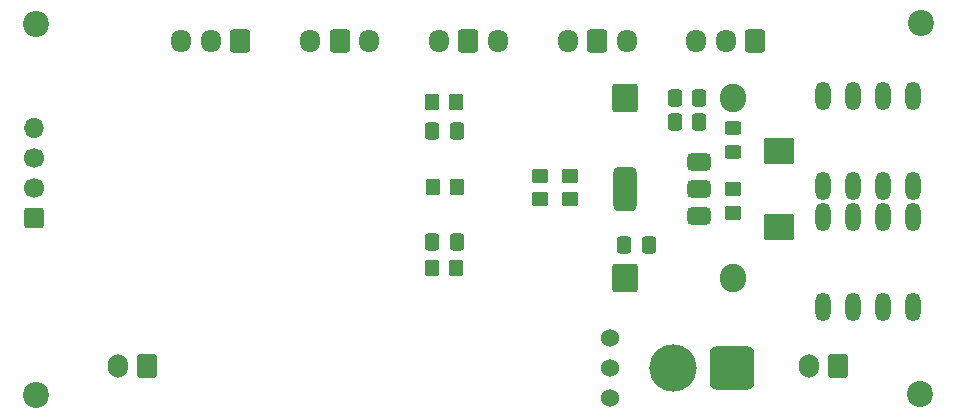
<source format=gbr>
%TF.GenerationSoftware,KiCad,Pcbnew,9.0.1*%
%TF.CreationDate,2025-10-10T15:40:48-03:00*%
%TF.ProjectId,minisumo,6d696e69-7375-46d6-9f2e-6b696361645f,rev?*%
%TF.SameCoordinates,Original*%
%TF.FileFunction,Soldermask,Bot*%
%TF.FilePolarity,Negative*%
%FSLAX46Y46*%
G04 Gerber Fmt 4.6, Leading zero omitted, Abs format (unit mm)*
G04 Created by KiCad (PCBNEW 9.0.1) date 2025-10-10 15:40:48*
%MOMM*%
%LPD*%
G01*
G04 APERTURE LIST*
G04 Aperture macros list*
%AMRoundRect*
0 Rectangle with rounded corners*
0 $1 Rounding radius*
0 $2 $3 $4 $5 $6 $7 $8 $9 X,Y pos of 4 corners*
0 Add a 4 corners polygon primitive as box body*
4,1,4,$2,$3,$4,$5,$6,$7,$8,$9,$2,$3,0*
0 Add four circle primitives for the rounded corners*
1,1,$1+$1,$2,$3*
1,1,$1+$1,$4,$5*
1,1,$1+$1,$6,$7*
1,1,$1+$1,$8,$9*
0 Add four rect primitives between the rounded corners*
20,1,$1+$1,$2,$3,$4,$5,0*
20,1,$1+$1,$4,$5,$6,$7,0*
20,1,$1+$1,$6,$7,$8,$9,0*
20,1,$1+$1,$8,$9,$2,$3,0*%
G04 Aperture macros list end*
%ADD10C,2.200000*%
%ADD11C,1.524000*%
%ADD12O,2.200000X2.400000*%
%ADD13RoundRect,0.250000X0.850000X-0.950000X0.850000X0.950000X-0.850000X0.950000X-0.850000X-0.950000X0*%
%ADD14O,1.700000X1.700000*%
%ADD15C,1.700000*%
%ADD16RoundRect,0.250000X-0.600000X-0.600000X0.600000X-0.600000X0.600000X0.600000X-0.600000X0.600000X0*%
%ADD17O,1.312000X2.420000*%
%ADD18RoundRect,0.250000X-0.337500X-0.475000X0.337500X-0.475000X0.337500X0.475000X-0.337500X0.475000X0*%
%ADD19RoundRect,0.250000X-0.350000X-0.450000X0.350000X-0.450000X0.350000X0.450000X-0.350000X0.450000X0*%
%ADD20O,1.700000X1.950000*%
%ADD21RoundRect,0.250000X-0.600000X-0.725000X0.600000X-0.725000X0.600000X0.725000X-0.600000X0.725000X0*%
%ADD22RoundRect,0.250001X1.044999X-0.872499X1.044999X0.872499X-1.044999X0.872499X-1.044999X-0.872499X0*%
%ADD23RoundRect,0.250000X-0.450000X0.325000X-0.450000X-0.325000X0.450000X-0.325000X0.450000X0.325000X0*%
%ADD24RoundRect,0.250000X0.337500X0.475000X-0.337500X0.475000X-0.337500X-0.475000X0.337500X-0.475000X0*%
%ADD25RoundRect,0.250000X-0.450000X0.350000X-0.450000X-0.350000X0.450000X-0.350000X0.450000X0.350000X0*%
%ADD26RoundRect,0.250000X0.600000X0.750000X-0.600000X0.750000X-0.600000X-0.750000X0.600000X-0.750000X0*%
%ADD27O,1.700000X2.000000*%
%ADD28RoundRect,0.760000X1.140000X1.140000X-1.140000X1.140000X-1.140000X-1.140000X1.140000X-1.140000X0*%
%ADD29C,4.000000*%
%ADD30RoundRect,0.375000X0.625000X0.375000X-0.625000X0.375000X-0.625000X-0.375000X0.625000X-0.375000X0*%
%ADD31RoundRect,0.500000X0.500000X1.400000X-0.500000X1.400000X-0.500000X-1.400000X0.500000X-1.400000X0*%
G04 APERTURE END LIST*
D10*
%TO.C,H2*%
X226200000Y-58925000D03*
%TD*%
%TO.C,H1*%
X151275000Y-58975000D03*
%TD*%
%TO.C,H3*%
X151275000Y-90425000D03*
%TD*%
D11*
%TO.C,SW6*%
X199875000Y-90715000D03*
X199875000Y-88175000D03*
X199875000Y-85635000D03*
%TD*%
D12*
%TO.C,U6*%
X210270000Y-80520000D03*
D13*
X201130000Y-80520000D03*
X201130000Y-65280000D03*
D12*
X210270000Y-65280000D03*
%TD*%
D14*
%TO.C,J3*%
X151100000Y-67820000D03*
D15*
X151100000Y-70360000D03*
X151100000Y-72900000D03*
D16*
X151100000Y-75440000D03*
%TD*%
D10*
%TO.C,H4*%
X226175000Y-90375000D03*
%TD*%
D17*
%TO.C,U3*%
X225570000Y-72697000D03*
X223030000Y-65077000D03*
X225570000Y-65077000D03*
X223030000Y-72697000D03*
X217950000Y-65077000D03*
X220490000Y-65077000D03*
X220490000Y-72697000D03*
X217950000Y-72697000D03*
%TD*%
D18*
%TO.C,C10*%
X184862500Y-77500000D03*
X186937500Y-77500000D03*
%TD*%
D19*
%TO.C,R10*%
X184900000Y-72800000D03*
X186900000Y-72800000D03*
%TD*%
D18*
%TO.C,C11*%
X184825000Y-68100000D03*
X186900000Y-68100000D03*
%TD*%
D20*
%TO.C,J8*%
X185400000Y-60450000D03*
D21*
X187900000Y-60450000D03*
D20*
X190400000Y-60450000D03*
%TD*%
%TO.C,J11*%
X207200000Y-60450000D03*
X209700000Y-60450000D03*
D21*
X212200000Y-60450000D03*
%TD*%
D22*
%TO.C,CE2*%
X214175000Y-76207500D03*
X214175000Y-69792500D03*
%TD*%
D23*
%TO.C,R4*%
X210270000Y-67775000D03*
X210270000Y-69825000D03*
%TD*%
D18*
%TO.C,CE4*%
X201100000Y-77700000D03*
X203175000Y-77700000D03*
%TD*%
D24*
%TO.C,CE3*%
X207450000Y-65275000D03*
X205375000Y-65275000D03*
%TD*%
D25*
%TO.C,R7*%
X196470000Y-71850000D03*
X196470000Y-73850000D03*
%TD*%
D17*
%TO.C,U5*%
X225570000Y-82945000D03*
X223030000Y-75325000D03*
X225570000Y-75325000D03*
X223030000Y-82945000D03*
X217950000Y-75325000D03*
X220490000Y-75325000D03*
X220490000Y-82945000D03*
X217950000Y-82945000D03*
%TD*%
D19*
%TO.C,R11*%
X184862500Y-79650000D03*
X186862500Y-79650000D03*
%TD*%
D25*
%TO.C,R6*%
X193930000Y-71850000D03*
X193930000Y-73850000D03*
%TD*%
D26*
%TO.C,J2*%
X160725000Y-87975000D03*
D27*
X158225000Y-87975000D03*
%TD*%
D26*
%TO.C,J4*%
X219200000Y-87975000D03*
D27*
X216700000Y-87975000D03*
%TD*%
D24*
%TO.C,C5*%
X207450000Y-67300000D03*
X205375000Y-67300000D03*
%TD*%
D20*
%TO.C,J7*%
X174500000Y-60450000D03*
D21*
X177000000Y-60450000D03*
D20*
X179500000Y-60450000D03*
%TD*%
D28*
%TO.C,BAT1*%
X210250000Y-88175000D03*
D29*
X205250000Y-88175000D03*
%TD*%
D20*
%TO.C,J9*%
X163600000Y-60450000D03*
X166100000Y-60450000D03*
D21*
X168600000Y-60450000D03*
%TD*%
D19*
%TO.C,R12*%
X184825000Y-65600000D03*
X186825000Y-65600000D03*
%TD*%
D20*
%TO.C,J10*%
X196300000Y-60450000D03*
D21*
X198800000Y-60450000D03*
D20*
X201300000Y-60450000D03*
%TD*%
D30*
%TO.C,U2*%
X207450000Y-70700000D03*
X207450000Y-73000000D03*
D31*
X201150000Y-73000000D03*
D30*
X207450000Y-75300000D03*
%TD*%
D25*
%TO.C,R5*%
X210270000Y-73000000D03*
X210270000Y-75000000D03*
%TD*%
M02*

</source>
